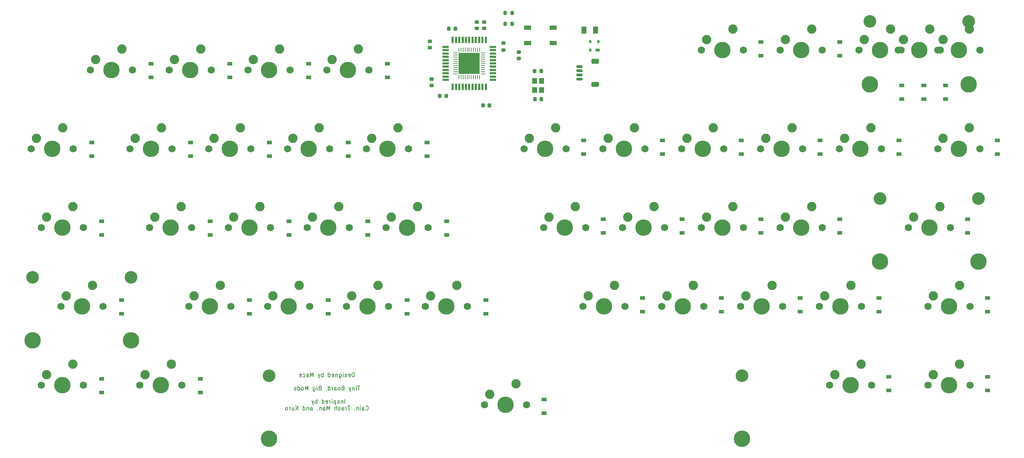
<source format=gbr>
%TF.GenerationSoftware,KiCad,Pcbnew,(6.0.4)*%
%TF.CreationDate,2022-04-28T10:57:54-05:00*%
%TF.ProjectId,keyboard,6b657962-6f61-4726-942e-6b696361645f,rev?*%
%TF.SameCoordinates,Original*%
%TF.FileFunction,Soldermask,Bot*%
%TF.FilePolarity,Negative*%
%FSLAX46Y46*%
G04 Gerber Fmt 4.6, Leading zero omitted, Abs format (unit mm)*
G04 Created by KiCad (PCBNEW (6.0.4)) date 2022-04-28 10:57:54*
%MOMM*%
%LPD*%
G01*
G04 APERTURE LIST*
G04 Aperture macros list*
%AMRoundRect*
0 Rectangle with rounded corners*
0 $1 Rounding radius*
0 $2 $3 $4 $5 $6 $7 $8 $9 X,Y pos of 4 corners*
0 Add a 4 corners polygon primitive as box body*
4,1,4,$2,$3,$4,$5,$6,$7,$8,$9,$2,$3,0*
0 Add four circle primitives for the rounded corners*
1,1,$1+$1,$2,$3*
1,1,$1+$1,$4,$5*
1,1,$1+$1,$6,$7*
1,1,$1+$1,$8,$9*
0 Add four rect primitives between the rounded corners*
20,1,$1+$1,$2,$3,$4,$5,0*
20,1,$1+$1,$4,$5,$6,$7,0*
20,1,$1+$1,$6,$7,$8,$9,0*
20,1,$1+$1,$8,$9,$2,$3,0*%
G04 Aperture macros list end*
%ADD10C,0.150000*%
%ADD11C,3.987800*%
%ADD12C,1.750000*%
%ADD13C,2.250000*%
%ADD14C,3.048000*%
%ADD15RoundRect,0.062500X-0.062500X0.475000X-0.062500X-0.475000X0.062500X-0.475000X0.062500X0.475000X0*%
%ADD16RoundRect,0.062500X-0.475000X0.062500X-0.475000X-0.062500X0.475000X-0.062500X0.475000X0.062500X0*%
%ADD17R,5.200000X5.200000*%
%ADD18RoundRect,0.200000X-0.200000X-0.275000X0.200000X-0.275000X0.200000X0.275000X-0.200000X0.275000X0*%
%ADD19RoundRect,0.200000X0.275000X-0.200000X0.275000X0.200000X-0.275000X0.200000X-0.275000X-0.200000X0*%
%ADD20R,1.800000X1.100000*%
%ADD21RoundRect,0.225000X-0.225000X-0.250000X0.225000X-0.250000X0.225000X0.250000X-0.225000X0.250000X0*%
%ADD22RoundRect,0.225000X0.225000X0.250000X-0.225000X0.250000X-0.225000X-0.250000X0.225000X-0.250000X0*%
%ADD23RoundRect,0.225000X0.250000X-0.225000X0.250000X0.225000X-0.250000X0.225000X-0.250000X-0.225000X0*%
%ADD24RoundRect,0.225000X-0.250000X0.225000X-0.250000X-0.225000X0.250000X-0.225000X0.250000X0.225000X0*%
%ADD25R,1.200000X1.400000*%
%ADD26R,1.200000X0.900000*%
%ADD27R,1.000000X0.700000*%
%ADD28R,0.600000X0.700000*%
%ADD29R,0.550000X1.500000*%
%ADD30R,1.500000X0.550000*%
%ADD31RoundRect,0.250000X-0.375000X-0.625000X0.375000X-0.625000X0.375000X0.625000X-0.375000X0.625000X0*%
%ADD32RoundRect,0.150000X-0.625000X0.150000X-0.625000X-0.150000X0.625000X-0.150000X0.625000X0.150000X0*%
%ADD33RoundRect,0.250000X-0.650000X0.350000X-0.650000X-0.350000X0.650000X-0.350000X0.650000X0.350000X0*%
G04 APERTURE END LIST*
D10*
X106290238Y-107552380D02*
X106290238Y-106552380D01*
X106052142Y-106552380D01*
X105909285Y-106600000D01*
X105814047Y-106695238D01*
X105766428Y-106790476D01*
X105718809Y-106980952D01*
X105718809Y-107123809D01*
X105766428Y-107314285D01*
X105814047Y-107409523D01*
X105909285Y-107504761D01*
X106052142Y-107552380D01*
X106290238Y-107552380D01*
X104909285Y-107504761D02*
X105004523Y-107552380D01*
X105195000Y-107552380D01*
X105290238Y-107504761D01*
X105337857Y-107409523D01*
X105337857Y-107028571D01*
X105290238Y-106933333D01*
X105195000Y-106885714D01*
X105004523Y-106885714D01*
X104909285Y-106933333D01*
X104861666Y-107028571D01*
X104861666Y-107123809D01*
X105337857Y-107219047D01*
X104480714Y-107504761D02*
X104385476Y-107552380D01*
X104195000Y-107552380D01*
X104099761Y-107504761D01*
X104052142Y-107409523D01*
X104052142Y-107361904D01*
X104099761Y-107266666D01*
X104195000Y-107219047D01*
X104337857Y-107219047D01*
X104433095Y-107171428D01*
X104480714Y-107076190D01*
X104480714Y-107028571D01*
X104433095Y-106933333D01*
X104337857Y-106885714D01*
X104195000Y-106885714D01*
X104099761Y-106933333D01*
X103623571Y-107552380D02*
X103623571Y-106885714D01*
X103623571Y-106552380D02*
X103671190Y-106600000D01*
X103623571Y-106647619D01*
X103575952Y-106600000D01*
X103623571Y-106552380D01*
X103623571Y-106647619D01*
X102718809Y-106885714D02*
X102718809Y-107695238D01*
X102766428Y-107790476D01*
X102814047Y-107838095D01*
X102909285Y-107885714D01*
X103052142Y-107885714D01*
X103147380Y-107838095D01*
X102718809Y-107504761D02*
X102814047Y-107552380D01*
X103004523Y-107552380D01*
X103099761Y-107504761D01*
X103147380Y-107457142D01*
X103195000Y-107361904D01*
X103195000Y-107076190D01*
X103147380Y-106980952D01*
X103099761Y-106933333D01*
X103004523Y-106885714D01*
X102814047Y-106885714D01*
X102718809Y-106933333D01*
X102242619Y-106885714D02*
X102242619Y-107552380D01*
X102242619Y-106980952D02*
X102195000Y-106933333D01*
X102099761Y-106885714D01*
X101956904Y-106885714D01*
X101861666Y-106933333D01*
X101814047Y-107028571D01*
X101814047Y-107552380D01*
X100956904Y-107504761D02*
X101052142Y-107552380D01*
X101242619Y-107552380D01*
X101337857Y-107504761D01*
X101385476Y-107409523D01*
X101385476Y-107028571D01*
X101337857Y-106933333D01*
X101242619Y-106885714D01*
X101052142Y-106885714D01*
X100956904Y-106933333D01*
X100909285Y-107028571D01*
X100909285Y-107123809D01*
X101385476Y-107219047D01*
X100052142Y-107552380D02*
X100052142Y-106552380D01*
X100052142Y-107504761D02*
X100147380Y-107552380D01*
X100337857Y-107552380D01*
X100433095Y-107504761D01*
X100480714Y-107457142D01*
X100528333Y-107361904D01*
X100528333Y-107076190D01*
X100480714Y-106980952D01*
X100433095Y-106933333D01*
X100337857Y-106885714D01*
X100147380Y-106885714D01*
X100052142Y-106933333D01*
X98814047Y-107552380D02*
X98814047Y-106552380D01*
X98814047Y-106933333D02*
X98718809Y-106885714D01*
X98528333Y-106885714D01*
X98433095Y-106933333D01*
X98385476Y-106980952D01*
X98337857Y-107076190D01*
X98337857Y-107361904D01*
X98385476Y-107457142D01*
X98433095Y-107504761D01*
X98528333Y-107552380D01*
X98718809Y-107552380D01*
X98814047Y-107504761D01*
X98004523Y-106885714D02*
X97766428Y-107552380D01*
X97528333Y-106885714D02*
X97766428Y-107552380D01*
X97861666Y-107790476D01*
X97909285Y-107838095D01*
X98004523Y-107885714D01*
X96385476Y-107552380D02*
X96385476Y-106552380D01*
X96052142Y-107266666D01*
X95718809Y-106552380D01*
X95718809Y-107552380D01*
X94814047Y-107552380D02*
X94814047Y-107028571D01*
X94861666Y-106933333D01*
X94956904Y-106885714D01*
X95147380Y-106885714D01*
X95242619Y-106933333D01*
X94814047Y-107504761D02*
X94909285Y-107552380D01*
X95147380Y-107552380D01*
X95242619Y-107504761D01*
X95290238Y-107409523D01*
X95290238Y-107314285D01*
X95242619Y-107219047D01*
X95147380Y-107171428D01*
X94909285Y-107171428D01*
X94814047Y-107123809D01*
X93909285Y-107504761D02*
X94004523Y-107552380D01*
X94195000Y-107552380D01*
X94290238Y-107504761D01*
X94337857Y-107457142D01*
X94385476Y-107361904D01*
X94385476Y-107076190D01*
X94337857Y-106980952D01*
X94290238Y-106933333D01*
X94195000Y-106885714D01*
X94004523Y-106885714D01*
X93909285Y-106933333D01*
X93099761Y-107504761D02*
X93195000Y-107552380D01*
X93385476Y-107552380D01*
X93480714Y-107504761D01*
X93528333Y-107409523D01*
X93528333Y-107028571D01*
X93480714Y-106933333D01*
X93385476Y-106885714D01*
X93195000Y-106885714D01*
X93099761Y-106933333D01*
X93052142Y-107028571D01*
X93052142Y-107123809D01*
X93528333Y-107219047D01*
X107671190Y-109772380D02*
X107099761Y-109772380D01*
X107385476Y-110772380D02*
X107385476Y-109772380D01*
X106766428Y-110772380D02*
X106766428Y-110105714D01*
X106766428Y-109772380D02*
X106814047Y-109820000D01*
X106766428Y-109867619D01*
X106718809Y-109820000D01*
X106766428Y-109772380D01*
X106766428Y-109867619D01*
X106290238Y-110105714D02*
X106290238Y-110772380D01*
X106290238Y-110200952D02*
X106242619Y-110153333D01*
X106147380Y-110105714D01*
X106004523Y-110105714D01*
X105909285Y-110153333D01*
X105861666Y-110248571D01*
X105861666Y-110772380D01*
X105480714Y-110105714D02*
X105242619Y-110772380D01*
X105004523Y-110105714D02*
X105242619Y-110772380D01*
X105337857Y-111010476D01*
X105385476Y-111058095D01*
X105480714Y-111105714D01*
X103528333Y-110248571D02*
X103385476Y-110296190D01*
X103337857Y-110343809D01*
X103290238Y-110439047D01*
X103290238Y-110581904D01*
X103337857Y-110677142D01*
X103385476Y-110724761D01*
X103480714Y-110772380D01*
X103861666Y-110772380D01*
X103861666Y-109772380D01*
X103528333Y-109772380D01*
X103433095Y-109820000D01*
X103385476Y-109867619D01*
X103337857Y-109962857D01*
X103337857Y-110058095D01*
X103385476Y-110153333D01*
X103433095Y-110200952D01*
X103528333Y-110248571D01*
X103861666Y-110248571D01*
X102718809Y-110772380D02*
X102814047Y-110724761D01*
X102861666Y-110677142D01*
X102909285Y-110581904D01*
X102909285Y-110296190D01*
X102861666Y-110200952D01*
X102814047Y-110153333D01*
X102718809Y-110105714D01*
X102575952Y-110105714D01*
X102480714Y-110153333D01*
X102433095Y-110200952D01*
X102385476Y-110296190D01*
X102385476Y-110581904D01*
X102433095Y-110677142D01*
X102480714Y-110724761D01*
X102575952Y-110772380D01*
X102718809Y-110772380D01*
X101528333Y-110772380D02*
X101528333Y-110248571D01*
X101575952Y-110153333D01*
X101671190Y-110105714D01*
X101861666Y-110105714D01*
X101956904Y-110153333D01*
X101528333Y-110724761D02*
X101623571Y-110772380D01*
X101861666Y-110772380D01*
X101956904Y-110724761D01*
X102004523Y-110629523D01*
X102004523Y-110534285D01*
X101956904Y-110439047D01*
X101861666Y-110391428D01*
X101623571Y-110391428D01*
X101528333Y-110343809D01*
X101052142Y-110772380D02*
X101052142Y-110105714D01*
X101052142Y-110296190D02*
X101004523Y-110200952D01*
X100956904Y-110153333D01*
X100861666Y-110105714D01*
X100766428Y-110105714D01*
X100004523Y-110772380D02*
X100004523Y-109772380D01*
X100004523Y-110724761D02*
X100099761Y-110772380D01*
X100290238Y-110772380D01*
X100385476Y-110724761D01*
X100433095Y-110677142D01*
X100480714Y-110581904D01*
X100480714Y-110296190D01*
X100433095Y-110200952D01*
X100385476Y-110153333D01*
X100290238Y-110105714D01*
X100099761Y-110105714D01*
X100004523Y-110153333D01*
X99480714Y-110724761D02*
X99480714Y-110772380D01*
X99528333Y-110867619D01*
X99575952Y-110915238D01*
X97956904Y-110248571D02*
X97814047Y-110296190D01*
X97766428Y-110343809D01*
X97718809Y-110439047D01*
X97718809Y-110581904D01*
X97766428Y-110677142D01*
X97814047Y-110724761D01*
X97909285Y-110772380D01*
X98290238Y-110772380D01*
X98290238Y-109772380D01*
X97956904Y-109772380D01*
X97861666Y-109820000D01*
X97814047Y-109867619D01*
X97766428Y-109962857D01*
X97766428Y-110058095D01*
X97814047Y-110153333D01*
X97861666Y-110200952D01*
X97956904Y-110248571D01*
X98290238Y-110248571D01*
X97290238Y-110772380D02*
X97290238Y-110105714D01*
X97290238Y-109772380D02*
X97337857Y-109820000D01*
X97290238Y-109867619D01*
X97242619Y-109820000D01*
X97290238Y-109772380D01*
X97290238Y-109867619D01*
X96385476Y-110105714D02*
X96385476Y-110915238D01*
X96433095Y-111010476D01*
X96480714Y-111058095D01*
X96575952Y-111105714D01*
X96718809Y-111105714D01*
X96814047Y-111058095D01*
X96385476Y-110724761D02*
X96480714Y-110772380D01*
X96671190Y-110772380D01*
X96766428Y-110724761D01*
X96814047Y-110677142D01*
X96861666Y-110581904D01*
X96861666Y-110296190D01*
X96814047Y-110200952D01*
X96766428Y-110153333D01*
X96671190Y-110105714D01*
X96480714Y-110105714D01*
X96385476Y-110153333D01*
X95147380Y-110772380D02*
X95147380Y-109772380D01*
X94814047Y-110486666D01*
X94480714Y-109772380D01*
X94480714Y-110772380D01*
X93861666Y-110772380D02*
X93956904Y-110724761D01*
X94004523Y-110677142D01*
X94052142Y-110581904D01*
X94052142Y-110296190D01*
X94004523Y-110200952D01*
X93956904Y-110153333D01*
X93861666Y-110105714D01*
X93718809Y-110105714D01*
X93623571Y-110153333D01*
X93575952Y-110200952D01*
X93528333Y-110296190D01*
X93528333Y-110581904D01*
X93575952Y-110677142D01*
X93623571Y-110724761D01*
X93718809Y-110772380D01*
X93861666Y-110772380D01*
X92671190Y-110772380D02*
X92671190Y-109772380D01*
X92671190Y-110724761D02*
X92766428Y-110772380D01*
X92956904Y-110772380D01*
X93052142Y-110724761D01*
X93099761Y-110677142D01*
X93147380Y-110581904D01*
X93147380Y-110296190D01*
X93099761Y-110200952D01*
X93052142Y-110153333D01*
X92956904Y-110105714D01*
X92766428Y-110105714D01*
X92671190Y-110153333D01*
X92242619Y-110724761D02*
X92147380Y-110772380D01*
X91956904Y-110772380D01*
X91861666Y-110724761D01*
X91814047Y-110629523D01*
X91814047Y-110581904D01*
X91861666Y-110486666D01*
X91956904Y-110439047D01*
X92099761Y-110439047D01*
X92195000Y-110391428D01*
X92242619Y-110296190D01*
X92242619Y-110248571D01*
X92195000Y-110153333D01*
X92099761Y-110105714D01*
X91956904Y-110105714D01*
X91861666Y-110153333D01*
X104028333Y-113992380D02*
X104028333Y-112992380D01*
X103552142Y-113325714D02*
X103552142Y-113992380D01*
X103552142Y-113420952D02*
X103504523Y-113373333D01*
X103409285Y-113325714D01*
X103266428Y-113325714D01*
X103171190Y-113373333D01*
X103123571Y-113468571D01*
X103123571Y-113992380D01*
X102695000Y-113944761D02*
X102599761Y-113992380D01*
X102409285Y-113992380D01*
X102314047Y-113944761D01*
X102266428Y-113849523D01*
X102266428Y-113801904D01*
X102314047Y-113706666D01*
X102409285Y-113659047D01*
X102552142Y-113659047D01*
X102647380Y-113611428D01*
X102695000Y-113516190D01*
X102695000Y-113468571D01*
X102647380Y-113373333D01*
X102552142Y-113325714D01*
X102409285Y-113325714D01*
X102314047Y-113373333D01*
X101837857Y-113325714D02*
X101837857Y-114325714D01*
X101837857Y-113373333D02*
X101742619Y-113325714D01*
X101552142Y-113325714D01*
X101456904Y-113373333D01*
X101409285Y-113420952D01*
X101361666Y-113516190D01*
X101361666Y-113801904D01*
X101409285Y-113897142D01*
X101456904Y-113944761D01*
X101552142Y-113992380D01*
X101742619Y-113992380D01*
X101837857Y-113944761D01*
X100933095Y-113992380D02*
X100933095Y-113325714D01*
X100933095Y-112992380D02*
X100980714Y-113040000D01*
X100933095Y-113087619D01*
X100885476Y-113040000D01*
X100933095Y-112992380D01*
X100933095Y-113087619D01*
X100456904Y-113992380D02*
X100456904Y-113325714D01*
X100456904Y-113516190D02*
X100409285Y-113420952D01*
X100361666Y-113373333D01*
X100266428Y-113325714D01*
X100171190Y-113325714D01*
X99456904Y-113944761D02*
X99552142Y-113992380D01*
X99742619Y-113992380D01*
X99837857Y-113944761D01*
X99885476Y-113849523D01*
X99885476Y-113468571D01*
X99837857Y-113373333D01*
X99742619Y-113325714D01*
X99552142Y-113325714D01*
X99456904Y-113373333D01*
X99409285Y-113468571D01*
X99409285Y-113563809D01*
X99885476Y-113659047D01*
X98552142Y-113992380D02*
X98552142Y-112992380D01*
X98552142Y-113944761D02*
X98647380Y-113992380D01*
X98837857Y-113992380D01*
X98933095Y-113944761D01*
X98980714Y-113897142D01*
X99028333Y-113801904D01*
X99028333Y-113516190D01*
X98980714Y-113420952D01*
X98933095Y-113373333D01*
X98837857Y-113325714D01*
X98647380Y-113325714D01*
X98552142Y-113373333D01*
X97314047Y-113992380D02*
X97314047Y-112992380D01*
X97314047Y-113373333D02*
X97218809Y-113325714D01*
X97028333Y-113325714D01*
X96933095Y-113373333D01*
X96885476Y-113420952D01*
X96837857Y-113516190D01*
X96837857Y-113801904D01*
X96885476Y-113897142D01*
X96933095Y-113944761D01*
X97028333Y-113992380D01*
X97218809Y-113992380D01*
X97314047Y-113944761D01*
X96504523Y-113325714D02*
X96266428Y-113992380D01*
X96028333Y-113325714D02*
X96266428Y-113992380D01*
X96361666Y-114230476D01*
X96409285Y-114278095D01*
X96504523Y-114325714D01*
X109075952Y-115507142D02*
X109123571Y-115554761D01*
X109266428Y-115602380D01*
X109361666Y-115602380D01*
X109504523Y-115554761D01*
X109599761Y-115459523D01*
X109647380Y-115364285D01*
X109695000Y-115173809D01*
X109695000Y-115030952D01*
X109647380Y-114840476D01*
X109599761Y-114745238D01*
X109504523Y-114650000D01*
X109361666Y-114602380D01*
X109266428Y-114602380D01*
X109123571Y-114650000D01*
X109075952Y-114697619D01*
X108218809Y-115602380D02*
X108218809Y-115078571D01*
X108266428Y-114983333D01*
X108361666Y-114935714D01*
X108552142Y-114935714D01*
X108647380Y-114983333D01*
X108218809Y-115554761D02*
X108314047Y-115602380D01*
X108552142Y-115602380D01*
X108647380Y-115554761D01*
X108695000Y-115459523D01*
X108695000Y-115364285D01*
X108647380Y-115269047D01*
X108552142Y-115221428D01*
X108314047Y-115221428D01*
X108218809Y-115173809D01*
X107742619Y-115602380D02*
X107742619Y-114935714D01*
X107742619Y-114602380D02*
X107790238Y-114650000D01*
X107742619Y-114697619D01*
X107695000Y-114650000D01*
X107742619Y-114602380D01*
X107742619Y-114697619D01*
X107266428Y-114935714D02*
X107266428Y-115602380D01*
X107266428Y-115030952D02*
X107218809Y-114983333D01*
X107123571Y-114935714D01*
X106980714Y-114935714D01*
X106885476Y-114983333D01*
X106837857Y-115078571D01*
X106837857Y-115602380D01*
X106314047Y-115554761D02*
X106314047Y-115602380D01*
X106361666Y-115697619D01*
X106409285Y-115745238D01*
X105266428Y-114602380D02*
X104695000Y-114602380D01*
X104980714Y-115602380D02*
X104980714Y-114602380D01*
X104361666Y-115602380D02*
X104361666Y-114935714D01*
X104361666Y-115126190D02*
X104314047Y-115030952D01*
X104266428Y-114983333D01*
X104171190Y-114935714D01*
X104075952Y-114935714D01*
X103314047Y-115602380D02*
X103314047Y-115078571D01*
X103361666Y-114983333D01*
X103456904Y-114935714D01*
X103647380Y-114935714D01*
X103742619Y-114983333D01*
X103314047Y-115554761D02*
X103409285Y-115602380D01*
X103647380Y-115602380D01*
X103742619Y-115554761D01*
X103790238Y-115459523D01*
X103790238Y-115364285D01*
X103742619Y-115269047D01*
X103647380Y-115221428D01*
X103409285Y-115221428D01*
X103314047Y-115173809D01*
X102885476Y-115554761D02*
X102790238Y-115602380D01*
X102599761Y-115602380D01*
X102504523Y-115554761D01*
X102456904Y-115459523D01*
X102456904Y-115411904D01*
X102504523Y-115316666D01*
X102599761Y-115269047D01*
X102742619Y-115269047D01*
X102837857Y-115221428D01*
X102885476Y-115126190D01*
X102885476Y-115078571D01*
X102837857Y-114983333D01*
X102742619Y-114935714D01*
X102599761Y-114935714D01*
X102504523Y-114983333D01*
X102028333Y-115602380D02*
X102028333Y-114602380D01*
X101599761Y-115602380D02*
X101599761Y-115078571D01*
X101647380Y-114983333D01*
X101742619Y-114935714D01*
X101885476Y-114935714D01*
X101980714Y-114983333D01*
X102028333Y-115030952D01*
X100361666Y-115602380D02*
X100361666Y-114602380D01*
X100028333Y-115316666D01*
X99695000Y-114602380D01*
X99695000Y-115602380D01*
X98790238Y-115602380D02*
X98790238Y-115078571D01*
X98837857Y-114983333D01*
X98933095Y-114935714D01*
X99123571Y-114935714D01*
X99218809Y-114983333D01*
X98790238Y-115554761D02*
X98885476Y-115602380D01*
X99123571Y-115602380D01*
X99218809Y-115554761D01*
X99266428Y-115459523D01*
X99266428Y-115364285D01*
X99218809Y-115269047D01*
X99123571Y-115221428D01*
X98885476Y-115221428D01*
X98790238Y-115173809D01*
X98314047Y-114935714D02*
X98314047Y-115602380D01*
X98314047Y-115030952D02*
X98266428Y-114983333D01*
X98171190Y-114935714D01*
X98028333Y-114935714D01*
X97933095Y-114983333D01*
X97885476Y-115078571D01*
X97885476Y-115602380D01*
X97361666Y-115554761D02*
X97361666Y-115602380D01*
X97409285Y-115697619D01*
X97456904Y-115745238D01*
X95742619Y-115602380D02*
X95742619Y-115078571D01*
X95790238Y-114983333D01*
X95885476Y-114935714D01*
X96075952Y-114935714D01*
X96171190Y-114983333D01*
X95742619Y-115554761D02*
X95837857Y-115602380D01*
X96075952Y-115602380D01*
X96171190Y-115554761D01*
X96218809Y-115459523D01*
X96218809Y-115364285D01*
X96171190Y-115269047D01*
X96075952Y-115221428D01*
X95837857Y-115221428D01*
X95742619Y-115173809D01*
X95266428Y-114935714D02*
X95266428Y-115602380D01*
X95266428Y-115030952D02*
X95218809Y-114983333D01*
X95123571Y-114935714D01*
X94980714Y-114935714D01*
X94885476Y-114983333D01*
X94837857Y-115078571D01*
X94837857Y-115602380D01*
X93933095Y-115602380D02*
X93933095Y-114602380D01*
X93933095Y-115554761D02*
X94028333Y-115602380D01*
X94218809Y-115602380D01*
X94314047Y-115554761D01*
X94361666Y-115507142D01*
X94409285Y-115411904D01*
X94409285Y-115126190D01*
X94361666Y-115030952D01*
X94314047Y-114983333D01*
X94218809Y-114935714D01*
X94028333Y-114935714D01*
X93933095Y-114983333D01*
X92695000Y-115602380D02*
X92695000Y-114602380D01*
X92123571Y-115602380D02*
X92552142Y-115030952D01*
X92123571Y-114602380D02*
X92695000Y-115173809D01*
X91266428Y-114935714D02*
X91266428Y-115602380D01*
X91695000Y-114935714D02*
X91695000Y-115459523D01*
X91647380Y-115554761D01*
X91552142Y-115602380D01*
X91409285Y-115602380D01*
X91314047Y-115554761D01*
X91266428Y-115507142D01*
X90790238Y-115602380D02*
X90790238Y-114935714D01*
X90790238Y-115126190D02*
X90742619Y-115030952D01*
X90695000Y-114983333D01*
X90599761Y-114935714D01*
X90504523Y-114935714D01*
X90028333Y-115602380D02*
X90123571Y-115554761D01*
X90171190Y-115507142D01*
X90218809Y-115411904D01*
X90218809Y-115126190D01*
X90171190Y-115030952D01*
X90123571Y-114983333D01*
X90028333Y-114935714D01*
X89885476Y-114935714D01*
X89790238Y-114983333D01*
X89742619Y-115030952D01*
X89695000Y-115126190D01*
X89695000Y-115411904D01*
X89742619Y-115507142D01*
X89790238Y-115554761D01*
X89885476Y-115602380D01*
X90028333Y-115602380D01*
D11*
%TO.C,K9*%
X33337500Y-52387500D03*
D12*
X38417500Y-52387500D03*
X28257500Y-52387500D03*
D13*
X29527500Y-49847500D03*
X35877500Y-47307500D03*
%TD*%
D12*
%TO.C,K11*%
X71120000Y-52387500D03*
X81280000Y-52387500D03*
D11*
X76200000Y-52387500D03*
D13*
X72390000Y-49847500D03*
X78740000Y-47307500D03*
%TD*%
D12*
%TO.C,K1*%
X209232500Y-28575000D03*
D11*
X214312500Y-28575000D03*
D12*
X219392500Y-28575000D03*
D13*
X210502500Y-26035000D03*
X216852500Y-23495000D03*
%TD*%
D12*
%TO.C,K35*%
X161607500Y-90487500D03*
D11*
X166687500Y-90487500D03*
D12*
X171767500Y-90487500D03*
D13*
X162877500Y-87947500D03*
X169227500Y-85407500D03*
%TD*%
D12*
%TO.C,K37*%
X199707500Y-90487500D03*
D11*
X204787500Y-90487500D03*
D12*
X209867500Y-90487500D03*
D13*
X200977500Y-87947500D03*
X207327500Y-85407500D03*
%TD*%
D11*
%TO.C,K24*%
X119062500Y-71437500D03*
D12*
X124142500Y-71437500D03*
X113982500Y-71437500D03*
D13*
X115252500Y-68897500D03*
X121602500Y-66357500D03*
%TD*%
D14*
%TO.C,K30*%
X28575000Y-83502500D03*
D12*
X35401250Y-90487500D03*
D14*
X52387500Y-83502500D03*
D12*
X45561250Y-90487500D03*
D11*
X52387500Y-98742500D03*
X28575000Y-98742500D03*
X40481250Y-90487500D03*
D13*
X36671250Y-87947500D03*
X43021250Y-85407500D03*
%TD*%
D11*
%TO.C,K42*%
X250031250Y-109537500D03*
D12*
X255111250Y-109537500D03*
X244951250Y-109537500D03*
D13*
X246221250Y-106997500D03*
X252571250Y-104457500D03*
%TD*%
D11*
%TO.C,K26*%
X176212500Y-71437500D03*
D12*
X171132500Y-71437500D03*
X181292500Y-71437500D03*
D13*
X172402500Y-68897500D03*
X178752500Y-66357500D03*
%TD*%
D11*
%TO.C,K17*%
X209550000Y-52387500D03*
D12*
X204470000Y-52387500D03*
X214630000Y-52387500D03*
D13*
X205740000Y-49847500D03*
X212090000Y-47307500D03*
%TD*%
D12*
%TO.C,K33*%
X114617500Y-90487500D03*
D11*
X109537500Y-90487500D03*
D12*
X104457500Y-90487500D03*
D13*
X105727500Y-87947500D03*
X112077500Y-85407500D03*
%TD*%
D12*
%TO.C,K39*%
X30638750Y-109537500D03*
X40798750Y-109537500D03*
D11*
X35718750Y-109537500D03*
D13*
X31908750Y-106997500D03*
X38258750Y-104457500D03*
%TD*%
D11*
%TO.C,K6*%
X66675000Y-33337500D03*
D12*
X61595000Y-33337500D03*
X71755000Y-33337500D03*
D13*
X62865000Y-30797500D03*
X69215000Y-28257500D03*
%TD*%
D12*
%TO.C,K43*%
X147955000Y-114300000D03*
D11*
X85725000Y-122555000D03*
D14*
X85725000Y-107315000D03*
D11*
X200025000Y-122555000D03*
X142875000Y-114300000D03*
D14*
X200025000Y-107315000D03*
D12*
X137795000Y-114300000D03*
D13*
X139065000Y-111760000D03*
X145415000Y-109220000D03*
%TD*%
D12*
%TO.C,K44*%
X255111250Y-90487500D03*
X244951250Y-90487500D03*
D11*
X250031250Y-90487500D03*
D13*
X246221250Y-87947500D03*
X252571250Y-85407500D03*
%TD*%
D12*
%TO.C,K32*%
X85407500Y-90487500D03*
D11*
X90487500Y-90487500D03*
D12*
X95567500Y-90487500D03*
D13*
X86677500Y-87947500D03*
X93027500Y-85407500D03*
%TD*%
D12*
%TO.C,K16*%
X195580000Y-52387500D03*
X185420000Y-52387500D03*
D11*
X190500000Y-52387500D03*
D13*
X186690000Y-49847500D03*
X193040000Y-47307500D03*
%TD*%
D12*
%TO.C,K4*%
X257492500Y-28575000D03*
D11*
X252412500Y-28575000D03*
D12*
X247332500Y-28575000D03*
D13*
X248602500Y-26035000D03*
X254952500Y-23495000D03*
%TD*%
D14*
%TO.C,K29*%
X257175000Y-64452500D03*
D12*
X250348750Y-71437500D03*
X240188750Y-71437500D03*
D11*
X245268750Y-71437500D03*
X233362500Y-79692500D03*
D14*
X233362500Y-64452500D03*
D11*
X257175000Y-79692500D03*
D13*
X241458750Y-68897500D03*
X247808750Y-66357500D03*
%TD*%
D11*
%TO.C,K21*%
X61912500Y-71437500D03*
D12*
X66992500Y-71437500D03*
X56832500Y-71437500D03*
D13*
X58102500Y-68897500D03*
X64452500Y-66357500D03*
%TD*%
D11*
%TO.C,K3*%
X233362500Y-28575000D03*
D12*
X228282500Y-28575000D03*
X238442500Y-28575000D03*
D13*
X229552500Y-26035000D03*
X235902500Y-23495000D03*
%TD*%
D12*
%TO.C,K27*%
X190182500Y-71437500D03*
X200342500Y-71437500D03*
D11*
X195262500Y-71437500D03*
D13*
X191452500Y-68897500D03*
X197802500Y-66357500D03*
%TD*%
D12*
%TO.C,K34*%
X133667500Y-90487500D03*
X123507500Y-90487500D03*
D11*
X128587500Y-90487500D03*
D13*
X124777500Y-87947500D03*
X131127500Y-85407500D03*
%TD*%
D12*
%TO.C,K15*%
X166370000Y-52387500D03*
D11*
X171450000Y-52387500D03*
D12*
X176530000Y-52387500D03*
D13*
X167640000Y-49847500D03*
X173990000Y-47307500D03*
%TD*%
D11*
%TO.C,K12*%
X95250000Y-52387500D03*
D12*
X90170000Y-52387500D03*
X100330000Y-52387500D03*
D13*
X91440000Y-49847500D03*
X97790000Y-47307500D03*
%TD*%
D11*
%TO.C,K19*%
X252412500Y-52387500D03*
D12*
X257492500Y-52387500D03*
X247332500Y-52387500D03*
D13*
X248602500Y-49847500D03*
X254952500Y-47307500D03*
%TD*%
D11*
%TO.C,K40*%
X59531250Y-109537500D03*
D12*
X54451250Y-109537500D03*
X64611250Y-109537500D03*
D13*
X55721250Y-106997500D03*
X62071250Y-104457500D03*
%TD*%
D12*
%TO.C,K13*%
X109220000Y-52387500D03*
X119380000Y-52387500D03*
D11*
X114300000Y-52387500D03*
D13*
X110490000Y-49847500D03*
X116840000Y-47307500D03*
%TD*%
D12*
%TO.C,K36*%
X190817500Y-90487500D03*
X180657500Y-90487500D03*
D11*
X185737500Y-90487500D03*
D13*
X181927500Y-87947500D03*
X188277500Y-85407500D03*
%TD*%
D12*
%TO.C,K0*%
X200342500Y-28575000D03*
D11*
X195262500Y-28575000D03*
D12*
X190182500Y-28575000D03*
D13*
X191452500Y-26035000D03*
X197802500Y-23495000D03*
%TD*%
D12*
%TO.C,K18*%
X233680000Y-52387500D03*
D11*
X228600000Y-52387500D03*
D12*
X223520000Y-52387500D03*
D13*
X224790000Y-49847500D03*
X231140000Y-47307500D03*
%TD*%
D11*
%TO.C,K25*%
X157162500Y-71437500D03*
D12*
X162242500Y-71437500D03*
X152082500Y-71437500D03*
D13*
X153352500Y-68897500D03*
X159702500Y-66357500D03*
%TD*%
D11*
%TO.C,K23*%
X100012500Y-71437500D03*
D12*
X94932500Y-71437500D03*
X105092500Y-71437500D03*
D13*
X96202500Y-68897500D03*
X102552500Y-66357500D03*
%TD*%
D11*
%TO.C,K38*%
X223837500Y-90487500D03*
D12*
X218757500Y-90487500D03*
X228917500Y-90487500D03*
D13*
X220027500Y-87947500D03*
X226377500Y-85407500D03*
%TD*%
D12*
%TO.C,K14*%
X147320000Y-52387500D03*
D11*
X152400000Y-52387500D03*
D12*
X157480000Y-52387500D03*
D13*
X148590000Y-49847500D03*
X154940000Y-47307500D03*
%TD*%
D12*
%TO.C,K31*%
X66357500Y-90487500D03*
X76517500Y-90487500D03*
D11*
X71437500Y-90487500D03*
D13*
X67627500Y-87947500D03*
X73977500Y-85407500D03*
%TD*%
D11*
%TO.C,K10*%
X57150000Y-52387500D03*
D12*
X52070000Y-52387500D03*
X62230000Y-52387500D03*
D13*
X53340000Y-49847500D03*
X59690000Y-47307500D03*
%TD*%
D14*
%TO.C,K2*%
X254825500Y-21590000D03*
D11*
X230949500Y-36830000D03*
D12*
X247967500Y-28575000D03*
D11*
X242887500Y-28575000D03*
X254825500Y-36830000D03*
D14*
X230949500Y-21590000D03*
D12*
X237807500Y-28575000D03*
D13*
X239077500Y-26035000D03*
X245427500Y-23495000D03*
%TD*%
D12*
%TO.C,K7*%
X90805000Y-33337500D03*
D11*
X85725000Y-33337500D03*
D12*
X80645000Y-33337500D03*
D13*
X81915000Y-30797500D03*
X88265000Y-28257500D03*
%TD*%
D12*
%TO.C,K20*%
X40798750Y-71437500D03*
X30638750Y-71437500D03*
D11*
X35718750Y-71437500D03*
D13*
X31908750Y-68897500D03*
X38258750Y-66357500D03*
%TD*%
D11*
%TO.C,K5*%
X47625000Y-33337500D03*
D12*
X52705000Y-33337500D03*
X42545000Y-33337500D03*
D13*
X43815000Y-30797500D03*
X50165000Y-28257500D03*
%TD*%
D11*
%TO.C,K28*%
X214312500Y-71437500D03*
D12*
X219392500Y-71437500D03*
X209232500Y-71437500D03*
D13*
X210502500Y-68897500D03*
X216852500Y-66357500D03*
%TD*%
D12*
%TO.C,K8*%
X109855000Y-33337500D03*
D11*
X104775000Y-33337500D03*
D12*
X99695000Y-33337500D03*
D13*
X100965000Y-30797500D03*
X107315000Y-28257500D03*
%TD*%
D12*
%TO.C,K41*%
X231298750Y-109537500D03*
D11*
X226218750Y-109537500D03*
D12*
X221138750Y-109537500D03*
D13*
X222408750Y-106997500D03*
X228758750Y-104457500D03*
%TD*%
D12*
%TO.C,K22*%
X75882500Y-71437500D03*
X86042500Y-71437500D03*
D11*
X80962500Y-71437500D03*
D13*
X77152500Y-68897500D03*
X83502500Y-66357500D03*
%TD*%
D15*
%TO.C,U1*%
X131597000Y-28427500D03*
X132097000Y-28427500D03*
X132597000Y-28427500D03*
X133097000Y-28427500D03*
X133597000Y-28427500D03*
X134097000Y-28427500D03*
X134597000Y-28427500D03*
X135097000Y-28427500D03*
X135597000Y-28427500D03*
X136097000Y-28427500D03*
X136597000Y-28427500D03*
D16*
X137434500Y-29265000D03*
X137434500Y-29765000D03*
X137434500Y-30265000D03*
X137434500Y-30765000D03*
X137434500Y-31265000D03*
X137434500Y-31765000D03*
X137434500Y-32265000D03*
X137434500Y-32765000D03*
X137434500Y-33265000D03*
X137434500Y-33765000D03*
X137434500Y-34265000D03*
D15*
X136597000Y-35102500D03*
X136097000Y-35102500D03*
X135597000Y-35102500D03*
X135097000Y-35102500D03*
X134597000Y-35102500D03*
X134097000Y-35102500D03*
X133597000Y-35102500D03*
X133097000Y-35102500D03*
X132597000Y-35102500D03*
X132097000Y-35102500D03*
X131597000Y-35102500D03*
D16*
X130759500Y-34265000D03*
X130759500Y-33765000D03*
X130759500Y-33265000D03*
X130759500Y-32765000D03*
X130759500Y-32265000D03*
X130759500Y-31765000D03*
X130759500Y-31265000D03*
X130759500Y-30765000D03*
X130759500Y-30265000D03*
X130759500Y-29765000D03*
X130759500Y-29265000D03*
D17*
X134097000Y-31765000D03*
%TD*%
D18*
%TO.C,R5*%
X126937000Y-39624000D03*
X128587000Y-39624000D03*
%TD*%
D19*
%TO.C,R6*%
X142367000Y-28511000D03*
X142367000Y-26861000D03*
%TD*%
D20*
%TO.C,SW1*%
X148157000Y-26869000D03*
X154357000Y-23169000D03*
X148157000Y-23169000D03*
X154357000Y-26869000D03*
%TD*%
D21*
%TO.C,C8*%
X149948600Y-40360600D03*
X151498600Y-40360600D03*
%TD*%
D22*
%TO.C,C5*%
X130721400Y-23393400D03*
X129171400Y-23393400D03*
%TD*%
D23*
%TO.C,C7*%
X135915400Y-23330200D03*
X135915400Y-21780200D03*
%TD*%
D24*
%TO.C,C4*%
X124587000Y-26403000D03*
X124587000Y-27953000D03*
%TD*%
D22*
%TO.C,C9*%
X151473200Y-33655000D03*
X149923200Y-33655000D03*
%TD*%
D23*
%TO.C,C6*%
X137693400Y-23330200D03*
X137693400Y-21780200D03*
%TD*%
D21*
%TO.C,C2*%
X137401000Y-41910000D03*
X138951000Y-41910000D03*
%TD*%
D23*
%TO.C,C3*%
X124968000Y-37097000D03*
X124968000Y-35547000D03*
%TD*%
D24*
%TO.C,C1*%
X146050000Y-29070000D03*
X146050000Y-30620000D03*
%TD*%
D25*
%TO.C,Y1*%
X149848200Y-38184000D03*
X149848200Y-35984000D03*
X151548200Y-35984000D03*
X151548200Y-38184000D03*
%TD*%
D26*
%TO.C,D40*%
X69088000Y-111378000D03*
X69088000Y-108078000D03*
%TD*%
%TO.C,D23*%
X109569250Y-73278000D03*
X109569250Y-69978000D03*
%TD*%
D27*
%TO.C,U2*%
X165088000Y-28559000D03*
D28*
X163388000Y-28559000D03*
X163388000Y-26559000D03*
X165288000Y-26559000D03*
%TD*%
D26*
%TO.C,D34*%
X138144250Y-92328000D03*
X138144250Y-89028000D03*
%TD*%
%TO.C,D17*%
X218852750Y-53720000D03*
X218852750Y-50420000D03*
%TD*%
%TO.C,D44*%
X259334000Y-91820000D03*
X259334000Y-88520000D03*
%TD*%
%TO.C,D18*%
X237902750Y-53720000D03*
X237902750Y-50420000D03*
%TD*%
%TO.C,D15*%
X180752750Y-53720000D03*
X180752750Y-50420000D03*
%TD*%
D29*
%TO.C,U3*%
X130097000Y-26065000D03*
X130897000Y-26065000D03*
X131697000Y-26065000D03*
X132497000Y-26065000D03*
X133297000Y-26065000D03*
X134097000Y-26065000D03*
X134897000Y-26065000D03*
X135697000Y-26065000D03*
X136497000Y-26065000D03*
X137297000Y-26065000D03*
X138097000Y-26065000D03*
D30*
X139797000Y-27765000D03*
X139797000Y-28565000D03*
X139797000Y-29365000D03*
X139797000Y-30165000D03*
X139797000Y-30965000D03*
X139797000Y-31765000D03*
X139797000Y-32565000D03*
X139797000Y-33365000D03*
X139797000Y-34165000D03*
X139797000Y-34965000D03*
X139797000Y-35765000D03*
D29*
X138097000Y-37465000D03*
X137297000Y-37465000D03*
X136497000Y-37465000D03*
X135697000Y-37465000D03*
X134897000Y-37465000D03*
X134097000Y-37465000D03*
X133297000Y-37465000D03*
X132497000Y-37465000D03*
X131697000Y-37465000D03*
X130897000Y-37465000D03*
X130097000Y-37465000D03*
D30*
X128397000Y-35765000D03*
X128397000Y-34965000D03*
X128397000Y-34165000D03*
X128397000Y-33365000D03*
X128397000Y-32565000D03*
X128397000Y-31765000D03*
X128397000Y-30965000D03*
X128397000Y-30165000D03*
X128397000Y-29365000D03*
X128397000Y-28565000D03*
X128397000Y-27765000D03*
%TD*%
D18*
%TO.C,R4*%
X142812000Y-22225000D03*
X144462000Y-22225000D03*
%TD*%
D26*
%TO.C,D4*%
X249174000Y-40385000D03*
X249174000Y-37085000D03*
%TD*%
%TO.C,D42*%
X259334000Y-110870000D03*
X259334000Y-107570000D03*
%TD*%
%TO.C,D24*%
X128619250Y-73278000D03*
X128619250Y-69978000D03*
%TD*%
%TO.C,D8*%
X114331750Y-35178000D03*
X114331750Y-31878000D03*
%TD*%
D31*
%TO.C,F1*%
X161795000Y-23749000D03*
X164595000Y-23749000D03*
%TD*%
D26*
%TO.C,D14*%
X161702750Y-53720000D03*
X161702750Y-50420000D03*
%TD*%
%TO.C,D12*%
X104806750Y-54228000D03*
X104806750Y-50928000D03*
%TD*%
%TO.C,D21*%
X71469250Y-73278000D03*
X71469250Y-69978000D03*
%TD*%
%TO.C,D31*%
X80994250Y-92328000D03*
X80994250Y-89028000D03*
%TD*%
%TO.C,D11*%
X85756750Y-54228000D03*
X85756750Y-50928000D03*
%TD*%
%TO.C,D19*%
X261715250Y-53720000D03*
X261715250Y-50420000D03*
%TD*%
%TO.C,D6*%
X76231750Y-35178000D03*
X76231750Y-31878000D03*
%TD*%
%TO.C,D5*%
X57181750Y-35178000D03*
X57181750Y-31878000D03*
%TD*%
%TO.C,D1*%
X223615250Y-29907500D03*
X223615250Y-26607500D03*
%TD*%
%TO.C,D28*%
X223615250Y-72770000D03*
X223615250Y-69470000D03*
%TD*%
%TO.C,D39*%
X45275500Y-111378000D03*
X45275500Y-108078000D03*
%TD*%
%TO.C,D25*%
X166465250Y-72770000D03*
X166465250Y-69470000D03*
%TD*%
D32*
%TO.C,J1*%
X160687000Y-32536000D03*
X160687000Y-33536000D03*
X160687000Y-34536000D03*
X160687000Y-35536000D03*
D33*
X164562000Y-36836000D03*
X164562000Y-31236000D03*
%TD*%
D26*
%TO.C,D10*%
X66706750Y-54228000D03*
X66706750Y-50928000D03*
%TD*%
%TO.C,D7*%
X95281750Y-35178000D03*
X95281750Y-31878000D03*
%TD*%
%TO.C,D35*%
X175990250Y-91820000D03*
X175990250Y-88520000D03*
%TD*%
%TO.C,D20*%
X45275500Y-73278000D03*
X45275500Y-69978000D03*
%TD*%
%TO.C,D36*%
X195040250Y-91820000D03*
X195040250Y-88520000D03*
%TD*%
%TO.C,D9*%
X42894250Y-54228000D03*
X42894250Y-50928000D03*
%TD*%
%TO.C,D30*%
X50038000Y-92328000D03*
X50038000Y-89028000D03*
%TD*%
%TO.C,D27*%
X204565250Y-72770000D03*
X204565250Y-69470000D03*
%TD*%
%TO.C,D33*%
X119094250Y-92328000D03*
X119094250Y-89028000D03*
%TD*%
%TO.C,D3*%
X238633000Y-40385000D03*
X238633000Y-37085000D03*
%TD*%
%TO.C,D26*%
X185515250Y-72770000D03*
X185515250Y-69470000D03*
%TD*%
%TO.C,D2*%
X243967000Y-40385000D03*
X243967000Y-37085000D03*
%TD*%
%TO.C,D41*%
X235521500Y-110870000D03*
X235521500Y-107570000D03*
%TD*%
%TO.C,D32*%
X100044250Y-92328000D03*
X100044250Y-89028000D03*
%TD*%
%TO.C,D16*%
X199802750Y-53720000D03*
X199802750Y-50420000D03*
%TD*%
%TO.C,D43*%
X152146000Y-116331000D03*
X152146000Y-113031000D03*
%TD*%
%TO.C,D37*%
X214090250Y-91820000D03*
X214090250Y-88520000D03*
%TD*%
%TO.C,D22*%
X90519250Y-73278000D03*
X90519250Y-69978000D03*
%TD*%
%TO.C,D0*%
X204565250Y-29907500D03*
X204565250Y-26607500D03*
%TD*%
%TO.C,D13*%
X123856750Y-54228000D03*
X123856750Y-50928000D03*
%TD*%
%TO.C,D38*%
X233140250Y-91820000D03*
X233140250Y-88520000D03*
%TD*%
D18*
%TO.C,R3*%
X142812000Y-19558000D03*
X144462000Y-19558000D03*
%TD*%
D26*
%TO.C,D29*%
X254571500Y-72770000D03*
X254571500Y-69470000D03*
%TD*%
M02*

</source>
